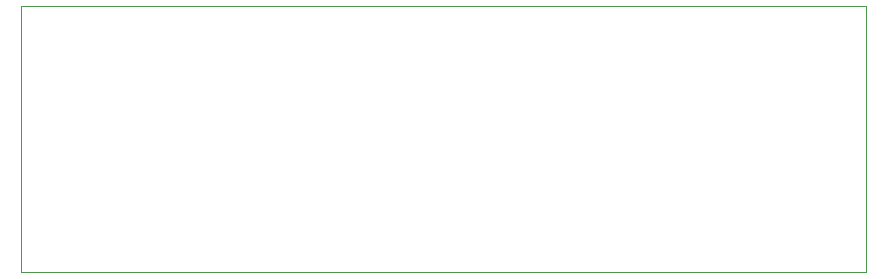
<source format=gbr>
G04 This is an RS-274x file exported by *
G04 gerbv version 2.10.0 *
G04 More information is available about gerbv at *
G04 https://gerbv.github.io/ *
G04 --End of header info--*
%MOIN*%
%FSLAX36Y36*%
%IPPOS*%
G04 --Define apertures--*
%ADD10C,0.0020*%
G04 --Start main section--*
G54D10*
G01X4370079Y-2893701D02*
G01X7185039Y-2893701D01*
G01X7185039Y-2893701D02*
G01X7185039Y-3779528D01*
G01X7185039Y-3779528D02*
G01X4370079Y-3779528D01*
G01X4370079Y-3779528D02*
G01X4370079Y-2893701D01*
M02*

</source>
